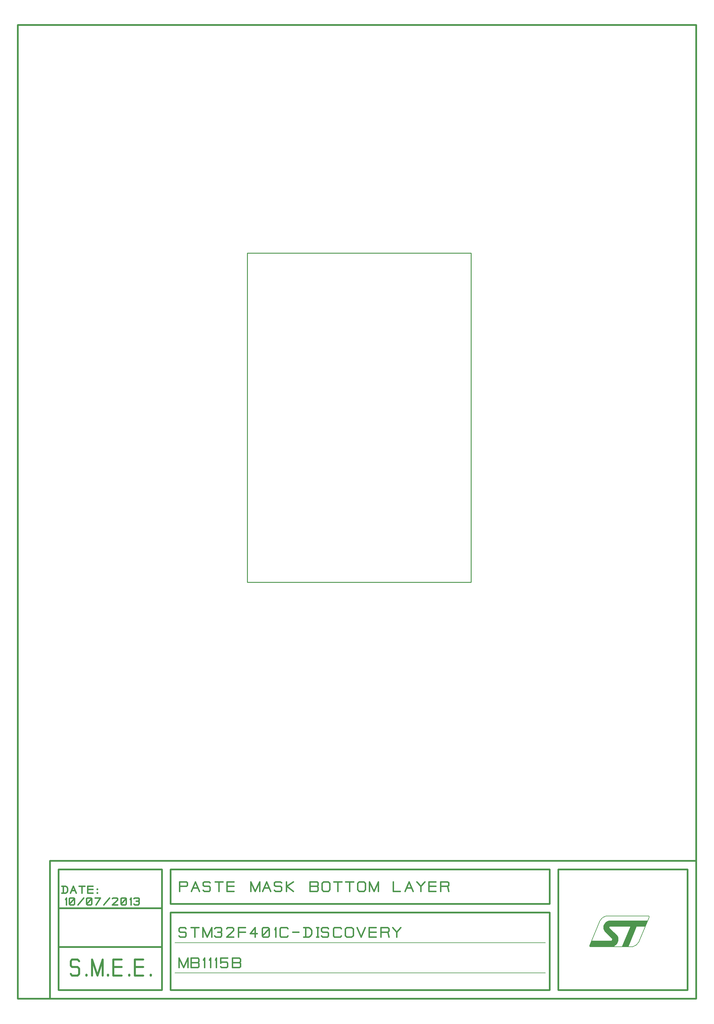
<source format=gbr>
G70*
%FSLAX55Y55*%
%ADD11C,0.01000*%
%ADD12C,0.00800*%
%ADD13C,0.02000*%
%ADD14C,0.01500*%
%ADD15C,0.02480*%
%ADD16C,0.01575*%
D11*
X285837Y503106D02*
X545679Y503106D01*
X545679Y884995*
X285837Y884995*
X285837Y503106*
D12*
G36*
X685758Y86846D02*
X708712Y86856D01*
X709758Y88946*
X700758Y97946*
X699558Y100646*
X699558Y103946*
X699858Y105146*
X701058Y107246*
X702258Y108446*
X703758Y109346*
X705558Y109946*
X707658Y110246*
X750258Y110246*
X747858Y103946*
X747558Y103646*
X737658Y103646*
X728058Y80846*
X721158Y80846*
X730458Y102746*
X730458Y103646*
X706758Y103646*
X706158Y103346*
X705858Y102746*
X705858Y101846*
X706158Y101546*
X714858Y93146*
X715758Y91646*
X716058Y90146*
X716358Y89846*
X716358Y87146*
G75*
G02X711558Y80846I-08949J01839*
G01X683358Y80846*
X683358Y81446*
X685458Y86546*
X685758Y86846*
G37*
X708712Y86856*
X709758Y88946*
X700758Y97946*
X699558Y100646*
X699558Y103946*
X699858Y105146*
X701058Y107246*
X702258Y108446*
X703758Y109346*
X705558Y109946*
X707658Y110246*
X750258Y110246*
X747858Y103946*
X747558Y103646*
X737658Y103646*
X728058Y80846*
X721158Y80846*
X730458Y102746*
X730458Y103646*
X706758Y103646*
X706158Y103346*
X705858Y102746*
X705858Y101846*
X706158Y101546*
X714858Y93146*
X715758Y91646*
X716058Y90146*
X716358Y89846*
X716358Y87146*
G75*
G02X711558Y80846I-08949J01839*
G01X683358Y80846*
X683358Y81446*
X685458Y86546*
X685758Y86846*
X202005Y49738D02*
X632005Y49738D01*
D13*
X197005Y129738D02*
X637005Y129738D01*
X67005Y29738D02*
X187005Y29738D01*
D12*
X202005Y84738D02*
X632005Y84738D01*
D13*
X197005Y119738D02*
X637005Y119738D01*
D12*
X683958Y80246D02*
X683358Y80846D01*
X683358Y81446*
X695358Y110546*
G75*
G02X701958Y115646I08543J-04235*
G01X751758Y115646*
X752058Y115346*
X752058Y114146*
X740058Y85346*
G75*
G02X733458Y80246I-08825J04600*
G01X683958Y80246*
D13*
X637005Y129738D02*
X637005Y169738D01*
X57005Y179738D02*
X807005Y179738D01*
X67005Y124738D02*
X187005Y124738D01*
X67005Y169738D02*
X187005Y169738D01*
X197005Y169738D02*
X637005Y169738D01*
X197005Y29738D02*
X197005Y119738D01*
X197005Y129738D02*
X197005Y169738D01*
X67005Y29738D02*
X67005Y169738D01*
X637005Y29738D02*
X637005Y119738D01*
X647005Y169738D02*
X797005Y169738D01*
X647005Y29738D02*
X797005Y29738D01*
X19604Y19738D02*
X19604Y1149659D01*
X19604Y19738D02*
X807005Y19738D01*
X57005Y19738D02*
X57005Y179738D01*
X187005Y29738D02*
X187005Y169738D01*
X647005Y29738D02*
X647005Y169738D01*
X797005Y29738D02*
X797005Y169738D01*
X67005Y79738D02*
X187005Y79738D01*
X807005Y19738D02*
X807005Y1149659D01*
X197005Y29738D02*
X637005Y29738D01*
X19604Y1149659D02*
X807005Y1149659D01*
D14*
X70558Y140355D02*
X70558Y150355*
X74725Y150355D01*
X76392Y149522*
X77225Y147855*
X77225Y144938*
X76392Y143272*
X74725Y142438*
X70558Y142438*
X72225Y142438D02*
X72225Y150355D01*
X80558Y142438D02*
X83891Y150355D01*
X87225Y142438*
X81808Y145355D02*
X85975Y145355D01*
X90558Y150355D02*
X97224Y150355D01*
X93891Y150355D02*
X93891Y142438D01*
X106391Y142438D02*
X100557Y142438D01*
X100557Y150355*
X106391Y150355*
X106391Y146605D02*
X100557Y146605D01*
X111807Y142438D02*
X111599Y142438D01*
X111599Y142855*
X111807Y142855*
X111807Y142438*
X111807Y146605D02*
X111599Y146605D01*
X111599Y147022*
X111807Y147022*
X111807Y146605*
D15*
X80758Y41846D02*
X80758Y48735*
X82136Y46767D01*
X89026Y46767*
X90404Y48735*
X90404Y54641*
X89026Y56609*
X82136Y56609*
X80758Y58578*
X80758Y63499*
X82136Y65468*
X89026Y65468*
X90404Y63499*
X99360Y46767D02*
X99016Y46767D01*
X99016Y47751*
X99360Y47751*
X99360Y46767*
X105561Y46767D02*
X105561Y65468D01*
X111762Y46767*
X117963Y65468*
X117963Y46767*
X124163Y46767D02*
X123819Y46767D01*
X123819Y47751*
X124163Y47751*
X124163Y46767*
X140010Y46767D02*
X130364Y46767D01*
X130364Y65468*
X140010Y65468*
X140010Y56609D02*
X130364Y56609D01*
X148967Y46767D02*
X148622Y46767D01*
X148622Y47751*
X148967Y47751*
X148967Y46767*
X164813Y46767D02*
X155167Y46767D01*
X155167Y65468*
X164813Y65468*
X164813Y56609D02*
X155167Y56609D01*
X173770Y46767D02*
X173425Y46767D01*
X173425Y47751*
X173770Y47751*
X173770Y46767*
D16*
X206611Y53203D02*
X206611Y56073*
X206611Y66982D01*
X211779Y56073*
X216946Y66982*
X216946Y56073*
X220391Y56073D02*
X220391Y66982D01*
X228429Y66982*
X229577Y65834*
X229577Y62963*
X228429Y61815*
X220391Y61815D02*
X228429Y61815D01*
X229577Y60666*
X229577Y57222*
X228429Y56073*
X220391Y56073*
X236179Y56073D02*
X236179Y66982D01*
X235031Y64685*
X243069Y56073D02*
X243069Y66982D01*
X241921Y64685*
X249959Y56073D02*
X249959Y66982D01*
X248810Y64685*
X254839Y57222D02*
X255987Y56073D01*
X261728Y56073*
X262877Y57222*
X262877Y61241*
X261728Y62389*
X255987Y62389*
X254839Y61241*
X254839Y66982*
X262877Y66982*
X268618Y56073D02*
X268618Y66982D01*
X276656Y66982*
X277804Y65834*
X277804Y62963*
X276656Y61815*
X268618Y61815D02*
X276656Y61815D01*
X277804Y60666*
X277804Y57222*
X276656Y56073*
X268618Y56073*
X207097Y141688D02*
X207097Y144559*
X207097Y155468D01*
X215135Y155468*
X216283Y154319*
X216283Y151449*
X215135Y150300*
X207097Y150300*
X220876Y144559D02*
X225469Y155468D01*
X230062Y144559*
X222598Y148578D02*
X228340Y148578D01*
X234655Y145707D02*
X235803Y144559D01*
X241545Y144559*
X242693Y145707*
X242693Y149152*
X241545Y150300*
X235803Y150300*
X234655Y151449*
X234655Y154319*
X235803Y155468*
X241545Y155468*
X242693Y154319*
X248434Y155468D02*
X257621Y155468D01*
X253027Y155468D02*
X253027Y144559D01*
X270251Y144559D02*
X262213Y144559D01*
X262213Y155468*
X270251Y155468*
X270251Y150300D02*
X262213Y150300D01*
X285179Y141688D02*
X289772Y144559*
X289772Y155468D01*
X294939Y144559*
X300106Y155468*
X300106Y144559*
X303551Y144559D02*
X308144Y155468D01*
X312737Y144559*
X305273Y148578D02*
X311015Y148578D01*
X317330Y145707D02*
X318479Y144559D01*
X324220Y144559*
X325368Y145707*
X325368Y149152*
X324220Y150300*
X318479Y150300*
X317330Y151449*
X317330Y154319*
X318479Y155468*
X324220Y155468*
X325368Y154319*
X331109Y144559D02*
X331109Y155468D01*
X331109Y150300D02*
X331684Y150300D01*
X339147Y155468*
X331684Y150300D02*
X339147Y144559D01*
X354075Y141688D02*
X358668Y144559*
X358668Y155468D01*
X366706Y155468*
X367854Y154319*
X367854Y151449*
X366706Y150300*
X358668Y150300D02*
X366706Y150300D01*
X367854Y149152*
X367854Y145707*
X366706Y144559*
X358668Y144559*
X381633Y146281D02*
X379911Y144559D01*
X374170Y144559*
X372447Y146281*
X372447Y153745*
X374170Y155468*
X379911Y155468*
X381633Y153745*
X381633Y146281*
X386226Y155468D02*
X395413Y155468D01*
X390819Y155468D02*
X390819Y144559D01*
X400006Y155468D02*
X409192Y155468D01*
X404599Y155468D02*
X404599Y144559D01*
X422971Y146281D02*
X421249Y144559D01*
X415507Y144559*
X413785Y146281*
X413785Y153745*
X415507Y155468*
X421249Y155468*
X422971Y153745*
X422971Y146281*
X427564Y144559D02*
X427564Y155468D01*
X432731Y144559*
X437899Y155468*
X437899Y144559*
X450529Y141688D02*
X463160Y144559*
X455122Y144559D01*
X455122Y155468*
X468902Y144559D02*
X473495Y155468D01*
X478088Y144559*
X470624Y148578D02*
X476365Y148578D01*
X482681Y155468D02*
X487274Y150300D01*
X491867Y155468*
X487274Y150300D02*
X487274Y144559D01*
X504498Y144559D02*
X496460Y144559D01*
X496460Y155468*
X504498Y155468*
X504498Y150300D02*
X496460Y150300D01*
X510239Y144559D02*
X510239Y155468D01*
X518277Y155468*
X519426Y154319*
X519426Y151449*
X518277Y150300*
X510239Y150300*
X517129Y150300D02*
X518277Y150300D01*
X519426Y144559*
X206611Y88636D02*
X206611Y92655*
X207760Y91506D01*
X213501Y91506*
X214649Y92655*
X214649Y96099*
X213501Y97248*
X207760Y97248*
X206611Y98396*
X206611Y101267*
X207760Y102415*
X213501Y102415*
X214649Y101267*
X220391Y102415D02*
X229577Y102415D01*
X224984Y102415D02*
X224984Y91506D01*
X234170Y91506D02*
X234170Y102415D01*
X239337Y91506*
X244504Y102415*
X244504Y91506*
X247949Y101267D02*
X249097Y102415D01*
X254839Y102415*
X255987Y101267*
X255987Y98396*
X254839Y97248*
X251394Y97248*
X254839Y97248*
X255987Y96099*
X255987Y93229*
X254839Y91506*
X249097Y91506*
X247949Y92655*
X261728Y101267D02*
X262876Y102415D01*
X268618Y102415*
X269766Y101267*
X269766Y98970*
X268618Y97822*
X261728Y91506*
X269766Y91506*
X275507Y91506D02*
X275507Y102415D01*
X283545Y102415*
X283545Y97248D02*
X275507Y97248D01*
X295028Y91506D02*
X295028Y102415D01*
X289287Y95525*
X297325Y95525*
X311104Y92655D02*
X309956Y91506D01*
X304214Y91506*
X303066Y92655*
X303066Y101267*
X304214Y102415*
X309956Y102415*
X311104Y101267*
X311104Y92655*
X303066Y92655D02*
X311104Y101267D01*
X318855Y91506D02*
X318855Y102415D01*
X317706Y100119*
X332921Y92655D02*
X331773Y91506D01*
X324883Y91506*
X323735Y92655*
X323735Y101267*
X324883Y102415*
X331773Y102415*
X332921Y101267*
X338662Y97248D02*
X345552Y97248D01*
X351293Y102415D02*
X357035Y102415D01*
X359331Y101267*
X360479Y98970*
X360479Y94951*
X359331Y92655*
X357035Y91506*
X351293Y91506*
X353590Y91506D02*
X353590Y102415D01*
X367369Y91506D02*
X367369Y102415D01*
X366221Y91506D02*
X368517Y91506D01*
X366221Y102415D02*
X368517Y102415D01*
X371962Y92655D02*
X373110Y91506D01*
X378852Y91506*
X380000Y92655*
X380000Y96099*
X378852Y97248*
X373110Y97248*
X371962Y98396*
X371962Y101267*
X373110Y102415*
X378852Y102415*
X380000Y101267*
X394927Y92655D02*
X393779Y91506D01*
X386889Y91506*
X385741Y92655*
X385741Y101267*
X386889Y102415*
X393779Y102415*
X394927Y101267*
X408707Y93229D02*
X406984Y91506D01*
X401243Y91506*
X399520Y93229*
X399520Y100693*
X401243Y102415*
X406984Y102415*
X408707Y100693*
X408707Y93229*
X413300Y102415D02*
X417893Y91506D01*
X422486Y102415*
X435117Y91506D02*
X427079Y91506D01*
X427079Y102415*
X435117Y102415*
X435117Y97248D02*
X427079Y97248D01*
X440858Y91506D02*
X440858Y102415D01*
X448896Y102415*
X450044Y101267*
X450044Y98396*
X448896Y97248*
X440858Y97248*
X447748Y97248D02*
X448896Y97248D01*
X450044Y91506*
X454637Y102415D02*
X459230Y97248D01*
X463824Y102415*
X459230Y97248D02*
X459230Y91506D01*
D14*
X74258Y126846D02*
X75716Y128929*
X75716Y136846D01*
X74883Y135179*
X85091Y129762D02*
X84258Y128929D01*
X80091Y128929*
X79258Y129762*
X79258Y136012*
X80091Y136846*
X84258Y136846*
X85091Y136012*
X85091Y129762*
X79258Y129762D02*
X85091Y136012D01*
X89257Y128929D02*
X95924Y136846D01*
X105090Y129762D02*
X104257Y128929D01*
X100090Y128929*
X99257Y129762*
X99257Y136012*
X100090Y136846*
X104257Y136846*
X105090Y136012*
X105090Y129762*
X99257Y129762D02*
X105090Y136012D01*
X109257Y136846D02*
X115090Y136846D01*
X110090Y128929*
X119257Y128929D02*
X125923Y136846D01*
X129256Y136012D02*
X130090Y136846D01*
X134256Y136846*
X135090Y136012*
X135090Y134346*
X134256Y133512*
X129256Y128929*
X135090Y128929*
X145089Y129762D02*
X144256Y128929D01*
X140089Y128929*
X139256Y129762*
X139256Y136012*
X140089Y136846*
X144256Y136846*
X145089Y136012*
X145089Y129762*
X139256Y129762D02*
X145089Y136012D01*
X150714Y128929D02*
X150714Y136846D01*
X149881Y135179*
X154255Y136012D02*
X155089Y136846D01*
X159255Y136846*
X160089Y136012*
X160089Y133929*
X159255Y133096*
X156755Y133096*
X159255Y133096*
X160089Y132262*
X160089Y130179*
X159255Y128929*
X155089Y128929*
X154255Y129762*
M02*

</source>
